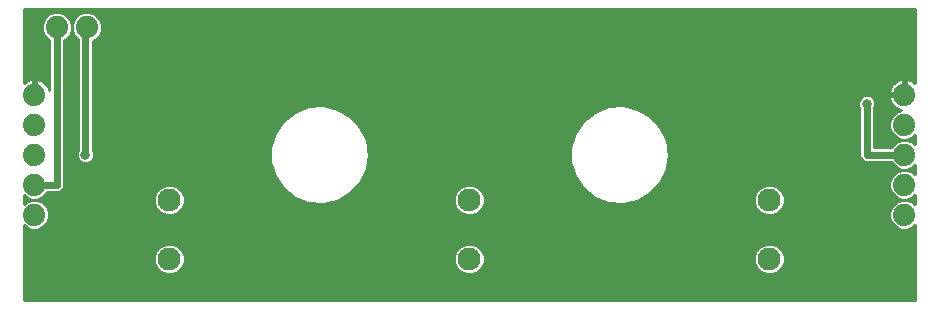
<source format=gbl>
G75*
%MOIN*%
%OFA0B0*%
%FSLAX25Y25*%
%IPPOS*%
%LPD*%
%AMOC8*
5,1,8,0,0,1.08239X$1,22.5*
%
%ADD10C,0.07600*%
%ADD11C,0.07400*%
%ADD12C,0.02400*%
%ADD13C,0.03150*%
%ADD14C,0.01000*%
D10*
X0055060Y0016760D03*
X0055060Y0036440D03*
X0155060Y0036440D03*
X0155060Y0016760D03*
X0255060Y0016760D03*
X0255060Y0036440D03*
D11*
X0300060Y0031600D03*
X0300060Y0041600D03*
X0300060Y0051600D03*
X0300060Y0061600D03*
X0300060Y0071600D03*
X0027560Y0094100D03*
X0017560Y0094100D03*
X0010060Y0071600D03*
X0010060Y0061600D03*
X0010060Y0051600D03*
X0010060Y0041600D03*
X0010060Y0031600D03*
D12*
X0010060Y0041600D02*
X0017560Y0041600D01*
X0017560Y0094100D01*
X0027060Y0094100D02*
X0027060Y0051600D01*
X0027060Y0094100D02*
X0027560Y0094100D01*
X0287560Y0068600D02*
X0287560Y0051600D01*
X0300060Y0051600D01*
D13*
X0287560Y0068600D03*
X0230060Y0059100D03*
X0222560Y0084100D03*
X0128060Y0059100D03*
X0082060Y0054600D03*
X0027060Y0051600D03*
X0037060Y0084100D03*
X0112560Y0086600D03*
X0210060Y0023100D03*
X0252560Y0009100D03*
D14*
X0006560Y0003100D02*
X0006560Y0028029D01*
X0007228Y0027361D01*
X0009065Y0026600D01*
X0011055Y0026600D01*
X0012892Y0027361D01*
X0014299Y0028768D01*
X0015060Y0030605D01*
X0015060Y0032595D01*
X0014299Y0034432D01*
X0012892Y0035839D01*
X0011055Y0036600D01*
X0012892Y0037361D01*
X0014299Y0038768D01*
X0014436Y0039100D01*
X0018057Y0039100D01*
X0018976Y0039481D01*
X0019679Y0040184D01*
X0020060Y0041103D01*
X0020060Y0089724D01*
X0020392Y0089861D01*
X0021799Y0091268D01*
X0022560Y0093105D01*
X0023321Y0091268D01*
X0024560Y0090029D01*
X0024560Y0053077D01*
X0024185Y0052172D01*
X0024185Y0051028D01*
X0024623Y0049971D01*
X0025431Y0049163D01*
X0026488Y0048725D01*
X0027632Y0048725D01*
X0028689Y0049163D01*
X0029497Y0049971D01*
X0029935Y0051028D01*
X0029935Y0052172D01*
X0029560Y0053077D01*
X0029560Y0089516D01*
X0030392Y0089861D01*
X0031799Y0091268D01*
X0032560Y0093105D01*
X0032560Y0095095D01*
X0031799Y0096932D01*
X0030392Y0098339D01*
X0028555Y0099100D01*
X0026565Y0099100D01*
X0024728Y0098339D01*
X0023321Y0096932D01*
X0022560Y0095095D01*
X0022560Y0093105D01*
X0022560Y0095095D01*
X0021799Y0096932D01*
X0020392Y0098339D01*
X0018555Y0099100D01*
X0016565Y0099100D01*
X0014728Y0098339D01*
X0013321Y0096932D01*
X0012560Y0095095D01*
X0012560Y0093105D01*
X0013321Y0091268D01*
X0014728Y0089861D01*
X0015060Y0089724D01*
X0015060Y0073039D01*
X0014879Y0073596D01*
X0014507Y0074325D01*
X0014026Y0074988D01*
X0013448Y0075566D01*
X0012785Y0076047D01*
X0012056Y0076419D01*
X0011278Y0076672D01*
X0010560Y0076786D01*
X0010560Y0072100D01*
X0009560Y0072100D01*
X0009560Y0076786D01*
X0008842Y0076672D01*
X0008064Y0076419D01*
X0007335Y0076047D01*
X0006672Y0075566D01*
X0006560Y0075454D01*
X0006560Y0100100D01*
X0303560Y0100100D01*
X0303560Y0075454D01*
X0303448Y0075566D01*
X0302785Y0076047D01*
X0302056Y0076419D01*
X0301278Y0076672D01*
X0300560Y0076786D01*
X0300560Y0072100D01*
X0299560Y0072100D01*
X0299560Y0076786D01*
X0298842Y0076672D01*
X0298064Y0076419D01*
X0297335Y0076047D01*
X0296672Y0075566D01*
X0296094Y0074988D01*
X0295613Y0074325D01*
X0295241Y0073596D01*
X0294988Y0072818D01*
X0294874Y0072100D01*
X0299560Y0072100D01*
X0299560Y0071100D01*
X0294874Y0071100D01*
X0294988Y0070382D01*
X0295241Y0069604D01*
X0295613Y0068875D01*
X0296094Y0068212D01*
X0296672Y0067634D01*
X0297335Y0067153D01*
X0298064Y0066781D01*
X0298842Y0066528D01*
X0298878Y0066522D01*
X0297228Y0065839D01*
X0295821Y0064432D01*
X0295060Y0062595D01*
X0295060Y0060605D01*
X0295821Y0058768D01*
X0297228Y0057361D01*
X0299065Y0056600D01*
X0297228Y0055839D01*
X0295821Y0054432D01*
X0295684Y0054100D01*
X0290060Y0054100D01*
X0290060Y0067123D01*
X0290435Y0068028D01*
X0290435Y0069172D01*
X0289997Y0070229D01*
X0289189Y0071037D01*
X0288132Y0071475D01*
X0286988Y0071475D01*
X0285931Y0071037D01*
X0285123Y0070229D01*
X0284685Y0069172D01*
X0284685Y0068028D01*
X0285060Y0067123D01*
X0285060Y0051103D01*
X0285441Y0050184D01*
X0286144Y0049481D01*
X0287063Y0049100D01*
X0295684Y0049100D01*
X0295821Y0048768D01*
X0297228Y0047361D01*
X0299065Y0046600D01*
X0297228Y0045839D01*
X0295821Y0044432D01*
X0295060Y0042595D01*
X0295060Y0040605D01*
X0295821Y0038768D01*
X0297228Y0037361D01*
X0299065Y0036600D01*
X0297228Y0035839D01*
X0295821Y0034432D01*
X0295060Y0032595D01*
X0295060Y0030605D01*
X0295821Y0028768D01*
X0297228Y0027361D01*
X0299065Y0026600D01*
X0301055Y0026600D01*
X0302892Y0027361D01*
X0303560Y0028029D01*
X0303560Y0003100D01*
X0006560Y0003100D01*
X0006560Y0003597D02*
X0303560Y0003597D01*
X0303560Y0004596D02*
X0006560Y0004596D01*
X0006560Y0005594D02*
X0303560Y0005594D01*
X0303560Y0006593D02*
X0006560Y0006593D01*
X0006560Y0007591D02*
X0303560Y0007591D01*
X0303560Y0008590D02*
X0006560Y0008590D01*
X0006560Y0009588D02*
X0303560Y0009588D01*
X0303560Y0010587D02*
X0006560Y0010587D01*
X0006560Y0011585D02*
X0303560Y0011585D01*
X0303560Y0012584D02*
X0258096Y0012584D01*
X0257949Y0012436D02*
X0256074Y0011660D01*
X0254046Y0011660D01*
X0252171Y0012436D01*
X0250736Y0013871D01*
X0249960Y0015746D01*
X0249960Y0017774D01*
X0250736Y0019649D01*
X0252171Y0021084D01*
X0254046Y0021860D01*
X0256074Y0021860D01*
X0257949Y0021084D01*
X0259384Y0019649D01*
X0260160Y0017774D01*
X0260160Y0015746D01*
X0259384Y0013871D01*
X0257949Y0012436D01*
X0259095Y0013582D02*
X0303560Y0013582D01*
X0303560Y0014581D02*
X0259677Y0014581D01*
X0260091Y0015579D02*
X0303560Y0015579D01*
X0303560Y0016578D02*
X0260160Y0016578D01*
X0260160Y0017576D02*
X0303560Y0017576D01*
X0303560Y0018575D02*
X0259829Y0018575D01*
X0259415Y0019573D02*
X0303560Y0019573D01*
X0303560Y0020572D02*
X0258461Y0020572D01*
X0256774Y0021570D02*
X0303560Y0021570D01*
X0303560Y0022569D02*
X0006560Y0022569D01*
X0006560Y0023567D02*
X0303560Y0023567D01*
X0303560Y0024566D02*
X0006560Y0024566D01*
X0006560Y0025564D02*
X0303560Y0025564D01*
X0303560Y0026563D02*
X0006560Y0026563D01*
X0006560Y0027561D02*
X0007028Y0027561D01*
X0013092Y0027561D02*
X0297028Y0027561D01*
X0296029Y0028560D02*
X0014091Y0028560D01*
X0014626Y0029558D02*
X0295494Y0029558D01*
X0295080Y0030557D02*
X0015040Y0030557D01*
X0015060Y0031555D02*
X0053526Y0031555D01*
X0054046Y0031340D02*
X0056074Y0031340D01*
X0057949Y0032116D01*
X0059384Y0033551D01*
X0060160Y0035426D01*
X0060160Y0037454D01*
X0059384Y0039329D01*
X0057949Y0040764D01*
X0056074Y0041540D01*
X0054046Y0041540D01*
X0052171Y0040764D01*
X0050736Y0039329D01*
X0049960Y0037454D01*
X0049960Y0035426D01*
X0050736Y0033551D01*
X0052171Y0032116D01*
X0054046Y0031340D01*
X0056594Y0031555D02*
X0153526Y0031555D01*
X0154046Y0031340D02*
X0156074Y0031340D01*
X0157949Y0032116D01*
X0159384Y0033551D01*
X0160160Y0035426D01*
X0160160Y0037454D01*
X0159384Y0039329D01*
X0157949Y0040764D01*
X0156074Y0041540D01*
X0154046Y0041540D01*
X0152171Y0040764D01*
X0150736Y0039329D01*
X0149960Y0037454D01*
X0149960Y0035426D01*
X0150736Y0033551D01*
X0152171Y0032116D01*
X0154046Y0031340D01*
X0156594Y0031555D02*
X0253526Y0031555D01*
X0254046Y0031340D02*
X0256074Y0031340D01*
X0257949Y0032116D01*
X0259384Y0033551D01*
X0260160Y0035426D01*
X0260160Y0037454D01*
X0259384Y0039329D01*
X0257949Y0040764D01*
X0256074Y0041540D01*
X0254046Y0041540D01*
X0252171Y0040764D01*
X0250736Y0039329D01*
X0249960Y0037454D01*
X0249960Y0035426D01*
X0250736Y0033551D01*
X0252171Y0032116D01*
X0254046Y0031340D01*
X0256594Y0031555D02*
X0295060Y0031555D01*
X0295060Y0032554D02*
X0258386Y0032554D01*
X0259384Y0033552D02*
X0295457Y0033552D01*
X0295940Y0034551D02*
X0259798Y0034551D01*
X0260160Y0035549D02*
X0296938Y0035549D01*
X0298940Y0036548D02*
X0260160Y0036548D01*
X0260122Y0037546D02*
X0297043Y0037546D01*
X0296044Y0038545D02*
X0259708Y0038545D01*
X0259169Y0039543D02*
X0295500Y0039543D01*
X0295086Y0040542D02*
X0258171Y0040542D01*
X0251949Y0040542D02*
X0217057Y0040542D01*
X0217983Y0041540D02*
X0295060Y0041540D01*
X0295060Y0042539D02*
X0218805Y0042539D01*
X0218693Y0042305D02*
X0220827Y0046737D01*
X0221560Y0051600D01*
X0220827Y0056463D01*
X0220827Y0056463D01*
X0218693Y0060895D01*
X0215348Y0064500D01*
X0215348Y0064500D01*
X0211088Y0066959D01*
X0206293Y0068054D01*
X0201388Y0067686D01*
X0196810Y0065889D01*
X0192965Y0062823D01*
X0190194Y0058759D01*
X0188744Y0054059D01*
X0188744Y0049141D01*
X0190194Y0044441D01*
X0192965Y0040377D01*
X0196810Y0037311D01*
X0201388Y0035514D01*
X0201388Y0035514D01*
X0206293Y0035146D01*
X0211088Y0036241D01*
X0211088Y0036241D01*
X0215348Y0038700D01*
X0218693Y0042305D01*
X0218693Y0042305D01*
X0219286Y0043537D02*
X0295451Y0043537D01*
X0295925Y0044536D02*
X0219767Y0044536D01*
X0220248Y0045534D02*
X0296923Y0045534D01*
X0298904Y0046533D02*
X0220729Y0046533D01*
X0220827Y0046737D02*
X0220827Y0046737D01*
X0220947Y0047532D02*
X0297057Y0047532D01*
X0296059Y0048530D02*
X0221097Y0048530D01*
X0221248Y0049529D02*
X0286096Y0049529D01*
X0285298Y0050527D02*
X0221398Y0050527D01*
X0221549Y0051526D02*
X0285060Y0051526D01*
X0285060Y0052524D02*
X0221421Y0052524D01*
X0221270Y0053523D02*
X0285060Y0053523D01*
X0285060Y0054521D02*
X0221120Y0054521D01*
X0220969Y0055520D02*
X0285060Y0055520D01*
X0285060Y0056518D02*
X0220801Y0056518D01*
X0220320Y0057517D02*
X0285060Y0057517D01*
X0285060Y0058515D02*
X0219839Y0058515D01*
X0219358Y0059514D02*
X0285060Y0059514D01*
X0285060Y0060512D02*
X0218877Y0060512D01*
X0218693Y0060895D02*
X0218693Y0060895D01*
X0218121Y0061511D02*
X0285060Y0061511D01*
X0285060Y0062509D02*
X0217195Y0062509D01*
X0216268Y0063508D02*
X0285060Y0063508D01*
X0285060Y0064506D02*
X0215337Y0064506D01*
X0213608Y0065505D02*
X0285060Y0065505D01*
X0285060Y0066503D02*
X0211878Y0066503D01*
X0211088Y0066959D02*
X0211088Y0066959D01*
X0208712Y0067502D02*
X0284903Y0067502D01*
X0284685Y0068500D02*
X0029560Y0068500D01*
X0029560Y0067502D02*
X0100918Y0067502D01*
X0101388Y0067686D02*
X0096810Y0065889D01*
X0092965Y0062823D01*
X0092965Y0062823D01*
X0090194Y0058759D01*
X0088744Y0054059D01*
X0088744Y0049141D01*
X0090194Y0044441D01*
X0090194Y0044441D01*
X0092965Y0040377D01*
X0096810Y0037311D01*
X0101388Y0035514D01*
X0101388Y0035514D01*
X0106293Y0035146D01*
X0111088Y0036241D01*
X0111088Y0036241D01*
X0115348Y0038700D01*
X0118693Y0042305D01*
X0118693Y0042305D01*
X0120827Y0046737D01*
X0121560Y0051600D01*
X0120827Y0056463D01*
X0120827Y0056463D01*
X0118693Y0060895D01*
X0115348Y0064500D01*
X0115348Y0064500D01*
X0111088Y0066959D01*
X0106293Y0068054D01*
X0101388Y0067686D01*
X0101388Y0067686D01*
X0098374Y0066503D02*
X0029560Y0066503D01*
X0029560Y0065505D02*
X0096328Y0065505D01*
X0096810Y0065889D02*
X0096810Y0065889D01*
X0095076Y0064506D02*
X0029560Y0064506D01*
X0029560Y0063508D02*
X0093823Y0063508D01*
X0092965Y0062823D02*
X0092965Y0062823D01*
X0092751Y0062509D02*
X0029560Y0062509D01*
X0029560Y0061511D02*
X0092070Y0061511D01*
X0091389Y0060512D02*
X0029560Y0060512D01*
X0029560Y0059514D02*
X0090708Y0059514D01*
X0090194Y0058759D02*
X0090194Y0058759D01*
X0090119Y0058515D02*
X0029560Y0058515D01*
X0029560Y0057517D02*
X0089811Y0057517D01*
X0089503Y0056518D02*
X0029560Y0056518D01*
X0029560Y0055520D02*
X0089195Y0055520D01*
X0088887Y0054521D02*
X0029560Y0054521D01*
X0029560Y0053523D02*
X0088744Y0053523D01*
X0088744Y0052524D02*
X0029789Y0052524D01*
X0029935Y0051526D02*
X0088744Y0051526D01*
X0088744Y0050527D02*
X0029727Y0050527D01*
X0029054Y0049529D02*
X0088744Y0049529D01*
X0088933Y0048530D02*
X0020060Y0048530D01*
X0020060Y0047532D02*
X0089241Y0047532D01*
X0089549Y0046533D02*
X0020060Y0046533D01*
X0020060Y0045534D02*
X0089857Y0045534D01*
X0090165Y0044536D02*
X0020060Y0044536D01*
X0020060Y0043537D02*
X0090810Y0043537D01*
X0091491Y0042539D02*
X0020060Y0042539D01*
X0020060Y0041540D02*
X0092171Y0041540D01*
X0092852Y0040542D02*
X0058171Y0040542D01*
X0059169Y0039543D02*
X0094010Y0039543D01*
X0092965Y0040377D02*
X0092965Y0040377D01*
X0092965Y0040377D01*
X0095262Y0038545D02*
X0059708Y0038545D01*
X0060122Y0037546D02*
X0096514Y0037546D01*
X0096810Y0037311D02*
X0096810Y0037311D01*
X0098753Y0036548D02*
X0060160Y0036548D01*
X0060160Y0035549D02*
X0101297Y0035549D01*
X0106293Y0035146D02*
X0106293Y0035146D01*
X0108060Y0035549D02*
X0149960Y0035549D01*
X0149960Y0036548D02*
X0111620Y0036548D01*
X0113350Y0037546D02*
X0149998Y0037546D01*
X0150412Y0038545D02*
X0115079Y0038545D01*
X0115348Y0038700D02*
X0115348Y0038700D01*
X0116130Y0039543D02*
X0150951Y0039543D01*
X0151949Y0040542D02*
X0117057Y0040542D01*
X0117983Y0041540D02*
X0192172Y0041540D01*
X0192852Y0040542D02*
X0158171Y0040542D01*
X0159169Y0039543D02*
X0194010Y0039543D01*
X0192965Y0040377D02*
X0192965Y0040377D01*
X0192965Y0040377D01*
X0195262Y0038545D02*
X0159708Y0038545D01*
X0160122Y0037546D02*
X0196514Y0037546D01*
X0196810Y0037311D02*
X0196810Y0037311D01*
X0198753Y0036548D02*
X0160160Y0036548D01*
X0160160Y0035549D02*
X0201297Y0035549D01*
X0206293Y0035146D02*
X0206293Y0035146D01*
X0208060Y0035549D02*
X0249960Y0035549D01*
X0249960Y0036548D02*
X0211620Y0036548D01*
X0213350Y0037546D02*
X0249998Y0037546D01*
X0250412Y0038545D02*
X0215079Y0038545D01*
X0215348Y0038700D02*
X0215348Y0038700D01*
X0216130Y0039543D02*
X0250951Y0039543D01*
X0250322Y0034551D02*
X0159798Y0034551D01*
X0159384Y0033552D02*
X0250736Y0033552D01*
X0251734Y0032554D02*
X0158386Y0032554D01*
X0151734Y0032554D02*
X0058386Y0032554D01*
X0059384Y0033552D02*
X0150736Y0033552D01*
X0150322Y0034551D02*
X0059798Y0034551D01*
X0051734Y0032554D02*
X0015060Y0032554D01*
X0014663Y0033552D02*
X0050736Y0033552D01*
X0050322Y0034551D02*
X0014180Y0034551D01*
X0013182Y0035549D02*
X0049960Y0035549D01*
X0049960Y0036548D02*
X0011180Y0036548D01*
X0011055Y0036600D02*
X0009065Y0036600D01*
X0007228Y0037361D01*
X0006560Y0038029D01*
X0006560Y0035171D01*
X0007228Y0035839D01*
X0009065Y0036600D01*
X0011055Y0036600D01*
X0008940Y0036548D02*
X0006560Y0036548D01*
X0006560Y0037546D02*
X0007043Y0037546D01*
X0006938Y0035549D02*
X0006560Y0035549D01*
X0013077Y0037546D02*
X0049998Y0037546D01*
X0050412Y0038545D02*
X0014076Y0038545D01*
X0019039Y0039543D02*
X0050951Y0039543D01*
X0051949Y0040542D02*
X0019828Y0040542D01*
X0020060Y0049529D02*
X0025066Y0049529D01*
X0024393Y0050527D02*
X0020060Y0050527D01*
X0020060Y0051526D02*
X0024185Y0051526D01*
X0024331Y0052524D02*
X0020060Y0052524D01*
X0020060Y0053523D02*
X0024560Y0053523D01*
X0024560Y0054521D02*
X0020060Y0054521D01*
X0020060Y0055520D02*
X0024560Y0055520D01*
X0024560Y0056518D02*
X0020060Y0056518D01*
X0020060Y0057517D02*
X0024560Y0057517D01*
X0024560Y0058515D02*
X0020060Y0058515D01*
X0020060Y0059514D02*
X0024560Y0059514D01*
X0024560Y0060512D02*
X0020060Y0060512D01*
X0020060Y0061511D02*
X0024560Y0061511D01*
X0024560Y0062509D02*
X0020060Y0062509D01*
X0020060Y0063508D02*
X0024560Y0063508D01*
X0024560Y0064506D02*
X0020060Y0064506D01*
X0020060Y0065505D02*
X0024560Y0065505D01*
X0024560Y0066503D02*
X0020060Y0066503D01*
X0020060Y0067502D02*
X0024560Y0067502D01*
X0024560Y0068500D02*
X0020060Y0068500D01*
X0020060Y0069499D02*
X0024560Y0069499D01*
X0024560Y0070497D02*
X0020060Y0070497D01*
X0020060Y0071496D02*
X0024560Y0071496D01*
X0024560Y0072494D02*
X0020060Y0072494D01*
X0020060Y0073493D02*
X0024560Y0073493D01*
X0024560Y0074491D02*
X0020060Y0074491D01*
X0020060Y0075490D02*
X0024560Y0075490D01*
X0024560Y0076488D02*
X0020060Y0076488D01*
X0020060Y0077487D02*
X0024560Y0077487D01*
X0024560Y0078485D02*
X0020060Y0078485D01*
X0020060Y0079484D02*
X0024560Y0079484D01*
X0024560Y0080482D02*
X0020060Y0080482D01*
X0020060Y0081481D02*
X0024560Y0081481D01*
X0024560Y0082479D02*
X0020060Y0082479D01*
X0020060Y0083478D02*
X0024560Y0083478D01*
X0024560Y0084476D02*
X0020060Y0084476D01*
X0020060Y0085475D02*
X0024560Y0085475D01*
X0024560Y0086473D02*
X0020060Y0086473D01*
X0020060Y0087472D02*
X0024560Y0087472D01*
X0024560Y0088470D02*
X0020060Y0088470D01*
X0020060Y0089469D02*
X0024560Y0089469D01*
X0024121Y0090468D02*
X0020999Y0090468D01*
X0021881Y0091466D02*
X0023239Y0091466D01*
X0022825Y0092465D02*
X0022295Y0092465D01*
X0022560Y0093463D02*
X0022560Y0093463D01*
X0022560Y0094462D02*
X0022560Y0094462D01*
X0022409Y0095460D02*
X0022711Y0095460D01*
X0023125Y0096459D02*
X0021995Y0096459D01*
X0021274Y0097457D02*
X0023846Y0097457D01*
X0025010Y0098456D02*
X0020110Y0098456D01*
X0015010Y0098456D02*
X0006560Y0098456D01*
X0006560Y0099454D02*
X0303560Y0099454D01*
X0303560Y0098456D02*
X0030110Y0098456D01*
X0031274Y0097457D02*
X0303560Y0097457D01*
X0303560Y0096459D02*
X0031995Y0096459D01*
X0032409Y0095460D02*
X0303560Y0095460D01*
X0303560Y0094462D02*
X0032560Y0094462D01*
X0032560Y0093463D02*
X0303560Y0093463D01*
X0303560Y0092465D02*
X0032295Y0092465D01*
X0031881Y0091466D02*
X0303560Y0091466D01*
X0303560Y0090468D02*
X0030999Y0090468D01*
X0029560Y0089469D02*
X0303560Y0089469D01*
X0303560Y0088470D02*
X0029560Y0088470D01*
X0029560Y0087472D02*
X0303560Y0087472D01*
X0303560Y0086473D02*
X0029560Y0086473D01*
X0029560Y0085475D02*
X0303560Y0085475D01*
X0303560Y0084476D02*
X0029560Y0084476D01*
X0029560Y0083478D02*
X0303560Y0083478D01*
X0303560Y0082479D02*
X0029560Y0082479D01*
X0029560Y0081481D02*
X0303560Y0081481D01*
X0303560Y0080482D02*
X0029560Y0080482D01*
X0029560Y0079484D02*
X0303560Y0079484D01*
X0303560Y0078485D02*
X0029560Y0078485D01*
X0029560Y0077487D02*
X0303560Y0077487D01*
X0303560Y0076488D02*
X0301843Y0076488D01*
X0300560Y0076488D02*
X0299560Y0076488D01*
X0299560Y0075490D02*
X0300560Y0075490D01*
X0300560Y0074491D02*
X0299560Y0074491D01*
X0299560Y0073493D02*
X0300560Y0073493D01*
X0300560Y0072494D02*
X0299560Y0072494D01*
X0299560Y0071496D02*
X0029560Y0071496D01*
X0029560Y0072494D02*
X0294937Y0072494D01*
X0295207Y0073493D02*
X0029560Y0073493D01*
X0029560Y0074491D02*
X0295733Y0074491D01*
X0296596Y0075490D02*
X0029560Y0075490D01*
X0029560Y0076488D02*
X0298277Y0076488D01*
X0303524Y0075490D02*
X0303560Y0075490D01*
X0294970Y0070497D02*
X0289729Y0070497D01*
X0290300Y0069499D02*
X0295295Y0069499D01*
X0295885Y0068500D02*
X0290435Y0068500D01*
X0290217Y0067502D02*
X0296854Y0067502D01*
X0298832Y0066503D02*
X0290060Y0066503D01*
X0290060Y0065505D02*
X0296894Y0065505D01*
X0295895Y0064506D02*
X0290060Y0064506D01*
X0290060Y0063508D02*
X0295438Y0063508D01*
X0295060Y0062509D02*
X0290060Y0062509D01*
X0290060Y0061511D02*
X0295060Y0061511D01*
X0295099Y0060512D02*
X0290060Y0060512D01*
X0290060Y0059514D02*
X0295512Y0059514D01*
X0296074Y0058515D02*
X0290060Y0058515D01*
X0290060Y0057517D02*
X0297072Y0057517D01*
X0298868Y0056518D02*
X0290060Y0056518D01*
X0290060Y0055520D02*
X0296909Y0055520D01*
X0295910Y0054521D02*
X0290060Y0054521D01*
X0299065Y0056600D02*
X0301055Y0056600D01*
X0302892Y0055839D01*
X0303560Y0055171D01*
X0303560Y0058029D01*
X0302892Y0057361D01*
X0301055Y0056600D01*
X0299065Y0056600D01*
X0301252Y0056518D02*
X0303560Y0056518D01*
X0303560Y0055520D02*
X0303211Y0055520D01*
X0303048Y0057517D02*
X0303560Y0057517D01*
X0303560Y0048029D02*
X0303560Y0045171D01*
X0302892Y0045839D01*
X0301055Y0046600D01*
X0299065Y0046600D01*
X0301055Y0046600D01*
X0302892Y0047361D01*
X0303560Y0048029D01*
X0303560Y0047532D02*
X0303063Y0047532D01*
X0303560Y0046533D02*
X0301216Y0046533D01*
X0303197Y0045534D02*
X0303560Y0045534D01*
X0303560Y0038029D02*
X0303560Y0035171D01*
X0302892Y0035839D01*
X0301055Y0036600D01*
X0299065Y0036600D01*
X0301055Y0036600D01*
X0302892Y0037361D01*
X0303560Y0038029D01*
X0303560Y0037546D02*
X0303077Y0037546D01*
X0303560Y0036548D02*
X0301180Y0036548D01*
X0303182Y0035549D02*
X0303560Y0035549D01*
X0303560Y0027561D02*
X0303092Y0027561D01*
X0253346Y0021570D02*
X0156774Y0021570D01*
X0156074Y0021860D02*
X0154046Y0021860D01*
X0152171Y0021084D01*
X0150736Y0019649D01*
X0149960Y0017774D01*
X0149960Y0015746D01*
X0150736Y0013871D01*
X0152171Y0012436D01*
X0154046Y0011660D01*
X0156074Y0011660D01*
X0157949Y0012436D01*
X0159384Y0013871D01*
X0160160Y0015746D01*
X0160160Y0017774D01*
X0159384Y0019649D01*
X0157949Y0021084D01*
X0156074Y0021860D01*
X0158461Y0020572D02*
X0251659Y0020572D01*
X0250705Y0019573D02*
X0159415Y0019573D01*
X0159829Y0018575D02*
X0250291Y0018575D01*
X0249960Y0017576D02*
X0160160Y0017576D01*
X0160160Y0016578D02*
X0249960Y0016578D01*
X0250029Y0015579D02*
X0160091Y0015579D01*
X0159677Y0014581D02*
X0250442Y0014581D01*
X0251025Y0013582D02*
X0159095Y0013582D01*
X0158096Y0012584D02*
X0252024Y0012584D01*
X0191491Y0042539D02*
X0118805Y0042539D01*
X0119286Y0043537D02*
X0190810Y0043537D01*
X0190165Y0044536D02*
X0119767Y0044536D01*
X0120248Y0045534D02*
X0189857Y0045534D01*
X0189549Y0046533D02*
X0120729Y0046533D01*
X0120827Y0046737D02*
X0120827Y0046737D01*
X0120947Y0047532D02*
X0189241Y0047532D01*
X0188933Y0048530D02*
X0121097Y0048530D01*
X0121248Y0049529D02*
X0188744Y0049529D01*
X0188744Y0050527D02*
X0121398Y0050527D01*
X0121549Y0051526D02*
X0188744Y0051526D01*
X0188744Y0052524D02*
X0121421Y0052524D01*
X0121270Y0053523D02*
X0188744Y0053523D01*
X0188887Y0054521D02*
X0121120Y0054521D01*
X0120969Y0055520D02*
X0189195Y0055520D01*
X0189503Y0056518D02*
X0120801Y0056518D01*
X0120320Y0057517D02*
X0189811Y0057517D01*
X0190119Y0058515D02*
X0119839Y0058515D01*
X0119358Y0059514D02*
X0190708Y0059514D01*
X0191389Y0060512D02*
X0118877Y0060512D01*
X0118693Y0060895D02*
X0118693Y0060895D01*
X0118121Y0061511D02*
X0192070Y0061511D01*
X0192751Y0062509D02*
X0117195Y0062509D01*
X0116268Y0063508D02*
X0193823Y0063508D01*
X0192965Y0062823D02*
X0192965Y0062823D01*
X0195076Y0064506D02*
X0115337Y0064506D01*
X0113608Y0065505D02*
X0196328Y0065505D01*
X0196810Y0065889D02*
X0196810Y0065889D01*
X0198374Y0066503D02*
X0111878Y0066503D01*
X0111088Y0066959D02*
X0111088Y0066959D01*
X0108712Y0067502D02*
X0200918Y0067502D01*
X0201388Y0067686D02*
X0201388Y0067686D01*
X0206293Y0068054D02*
X0206293Y0068054D01*
X0284820Y0069499D02*
X0029560Y0069499D01*
X0029560Y0070497D02*
X0285391Y0070497D01*
X0153346Y0021570D02*
X0056774Y0021570D01*
X0056074Y0021860D02*
X0054046Y0021860D01*
X0052171Y0021084D01*
X0050736Y0019649D01*
X0049960Y0017774D01*
X0049960Y0015746D01*
X0050736Y0013871D01*
X0052171Y0012436D01*
X0054046Y0011660D01*
X0056074Y0011660D01*
X0057949Y0012436D01*
X0059384Y0013871D01*
X0060160Y0015746D01*
X0060160Y0017774D01*
X0059384Y0019649D01*
X0057949Y0021084D01*
X0056074Y0021860D01*
X0058461Y0020572D02*
X0151659Y0020572D01*
X0150705Y0019573D02*
X0059415Y0019573D01*
X0059829Y0018575D02*
X0150291Y0018575D01*
X0149960Y0017576D02*
X0060160Y0017576D01*
X0060160Y0016578D02*
X0149960Y0016578D01*
X0150029Y0015579D02*
X0060091Y0015579D01*
X0059677Y0014581D02*
X0150442Y0014581D01*
X0151025Y0013582D02*
X0059095Y0013582D01*
X0058096Y0012584D02*
X0152024Y0012584D01*
X0053346Y0021570D02*
X0006560Y0021570D01*
X0006560Y0020572D02*
X0051659Y0020572D01*
X0050705Y0019573D02*
X0006560Y0019573D01*
X0006560Y0018575D02*
X0050291Y0018575D01*
X0049960Y0017576D02*
X0006560Y0017576D01*
X0006560Y0016578D02*
X0049960Y0016578D01*
X0050029Y0015579D02*
X0006560Y0015579D01*
X0006560Y0014581D02*
X0050442Y0014581D01*
X0051025Y0013582D02*
X0006560Y0013582D01*
X0006560Y0012584D02*
X0052024Y0012584D01*
X0106293Y0068054D02*
X0106293Y0068054D01*
X0015060Y0073493D02*
X0014913Y0073493D01*
X0015060Y0074491D02*
X0014387Y0074491D01*
X0015060Y0075490D02*
X0013524Y0075490D01*
X0015060Y0076488D02*
X0011843Y0076488D01*
X0010560Y0076488D02*
X0009560Y0076488D01*
X0009560Y0075490D02*
X0010560Y0075490D01*
X0010560Y0074491D02*
X0009560Y0074491D01*
X0009560Y0073493D02*
X0010560Y0073493D01*
X0010560Y0072494D02*
X0009560Y0072494D01*
X0006596Y0075490D02*
X0006560Y0075490D01*
X0006560Y0076488D02*
X0008277Y0076488D01*
X0006560Y0077487D02*
X0015060Y0077487D01*
X0015060Y0078485D02*
X0006560Y0078485D01*
X0006560Y0079484D02*
X0015060Y0079484D01*
X0015060Y0080482D02*
X0006560Y0080482D01*
X0006560Y0081481D02*
X0015060Y0081481D01*
X0015060Y0082479D02*
X0006560Y0082479D01*
X0006560Y0083478D02*
X0015060Y0083478D01*
X0015060Y0084476D02*
X0006560Y0084476D01*
X0006560Y0085475D02*
X0015060Y0085475D01*
X0015060Y0086473D02*
X0006560Y0086473D01*
X0006560Y0087472D02*
X0015060Y0087472D01*
X0015060Y0088470D02*
X0006560Y0088470D01*
X0006560Y0089469D02*
X0015060Y0089469D01*
X0014121Y0090468D02*
X0006560Y0090468D01*
X0006560Y0091466D02*
X0013239Y0091466D01*
X0012825Y0092465D02*
X0006560Y0092465D01*
X0006560Y0093463D02*
X0012560Y0093463D01*
X0012560Y0094462D02*
X0006560Y0094462D01*
X0006560Y0095460D02*
X0012711Y0095460D01*
X0013125Y0096459D02*
X0006560Y0096459D01*
X0006560Y0097457D02*
X0013846Y0097457D01*
M02*

</source>
